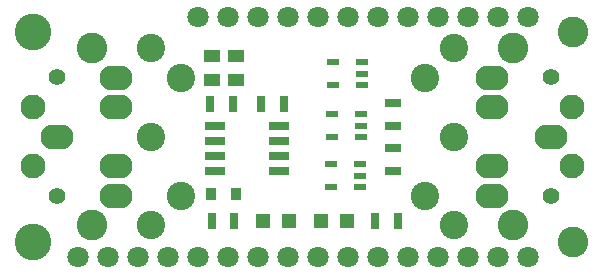
<source format=gts>
G04 #@! TF.GenerationSoftware,KiCad,Pcbnew,(5.0.0-rc2-dev-444-g2974a2c10)*
G04 #@! TF.CreationDate,2019-08-12T19:19:49-07:00*
G04 #@! TF.ProjectId,Classic MIDI FeatherWing,436C6173736963204D49444920466561,v01*
G04 #@! TF.SameCoordinates,Original*
G04 #@! TF.FileFunction,Soldermask,Top*
G04 #@! TF.FilePolarity,Negative*
%FSLAX46Y46*%
G04 Gerber Fmt 4.6, Leading zero omitted, Abs format (unit mm)*
G04 Created by KiCad (PCBNEW (5.0.0-rc2-dev-444-g2974a2c10)) date 08/12/19 19:19:49*
%MOMM*%
%LPD*%
G01*
G04 APERTURE LIST*
%ADD10O,2.801600X2.101600*%
%ADD11C,1.401600*%
%ADD12C,2.601600*%
%ADD13C,2.101600*%
%ADD14C,2.401600*%
%ADD15R,0.901600X1.001600*%
%ADD16R,1.301600X1.301600*%
%ADD17R,1.351600X1.101600*%
%ADD18R,0.801600X1.401600*%
%ADD19R,1.401600X0.801600*%
%ADD20R,1.651600X0.701600*%
%ADD21R,1.021600X0.621600*%
%ADD22C,1.801600*%
%ADD23C,3.101600*%
G04 APERTURE END LIST*
D10*
X135342000Y-111680000D03*
X135342000Y-109180000D03*
X130342000Y-106680000D03*
X135342000Y-104180000D03*
X135342000Y-101680000D03*
D11*
X130342000Y-101630000D03*
X130342000Y-111730000D03*
D10*
X167172000Y-101680000D03*
X167172000Y-104180000D03*
X172172000Y-106680000D03*
X167172000Y-109180000D03*
X167172000Y-111680000D03*
D11*
X172172000Y-111730000D03*
X172172000Y-101630000D03*
D12*
X168983253Y-99197642D03*
X168983253Y-114197642D03*
D13*
X173983253Y-109197642D03*
D14*
X161483253Y-101697642D03*
X163983253Y-99197642D03*
X163983253Y-106697642D03*
X163983253Y-114197642D03*
D13*
X173983253Y-104197642D03*
D14*
X161483253Y-111697642D03*
D12*
X133329253Y-114183642D03*
X133329253Y-99183642D03*
D13*
X128329253Y-104183642D03*
D14*
X140829253Y-111683642D03*
X138329253Y-114183642D03*
X138329253Y-106683642D03*
X138329253Y-99183642D03*
D13*
X128329253Y-109183642D03*
D14*
X140829253Y-101683642D03*
D15*
X145477253Y-111524643D03*
X143377253Y-111524643D03*
D16*
X147806253Y-113802642D03*
X150006253Y-113802642D03*
X154887253Y-113802642D03*
X152687253Y-113802642D03*
D17*
X145542000Y-101838000D03*
X145542000Y-99838000D03*
X143510000Y-101838000D03*
X143510000Y-99838000D03*
D18*
X145227253Y-103878643D03*
X143327253Y-103878643D03*
X147666253Y-103896642D03*
X149566253Y-103896642D03*
D19*
X158776253Y-109545642D03*
X158776253Y-107645642D03*
X158776253Y-105735642D03*
X158776253Y-103835642D03*
D18*
X157318253Y-113802642D03*
X159218253Y-113802642D03*
X145375253Y-113802642D03*
X143475253Y-113802642D03*
D20*
X149157253Y-105814143D03*
X149157253Y-107084143D03*
X149157253Y-108354143D03*
X149157253Y-109624143D03*
X143757253Y-109624143D03*
X143757253Y-108354143D03*
X143757253Y-107084143D03*
X143757253Y-105814143D03*
D21*
X153720800Y-102296000D03*
X153720800Y-100396000D03*
X156159200Y-100396000D03*
X156159200Y-101346000D03*
X156159200Y-102296000D03*
X153593800Y-110932000D03*
X153593800Y-109032000D03*
X156032200Y-109032000D03*
X156032200Y-109982000D03*
X156032200Y-110932000D03*
X156058453Y-106688142D03*
X156058453Y-105738142D03*
X156058453Y-104788142D03*
X153620053Y-104788142D03*
X153620053Y-106688142D03*
D22*
X132106253Y-116850642D03*
X134646253Y-116850642D03*
X137186253Y-116850642D03*
X139726253Y-116850642D03*
X142266253Y-116850642D03*
X144806253Y-116850642D03*
X147346253Y-116850642D03*
X149886253Y-116850642D03*
X152426253Y-116850642D03*
X154966253Y-116850642D03*
X157506253Y-116850642D03*
X160046253Y-116850642D03*
X162586253Y-116850642D03*
X165126253Y-116850642D03*
X167666253Y-116850642D03*
X170206253Y-116850642D03*
X142266253Y-96530642D03*
X144806253Y-96530642D03*
X147346253Y-96530642D03*
X149886253Y-96530642D03*
X152426253Y-96530642D03*
X154966253Y-96530642D03*
X157506253Y-96530642D03*
X160046253Y-96530642D03*
X162586253Y-96530642D03*
X165126253Y-96530642D03*
X167666253Y-96530642D03*
X170206253Y-96530642D03*
D12*
X174016253Y-97800642D03*
X174016253Y-115580642D03*
D23*
X128296253Y-115580642D03*
X128296253Y-97800642D03*
M02*

</source>
